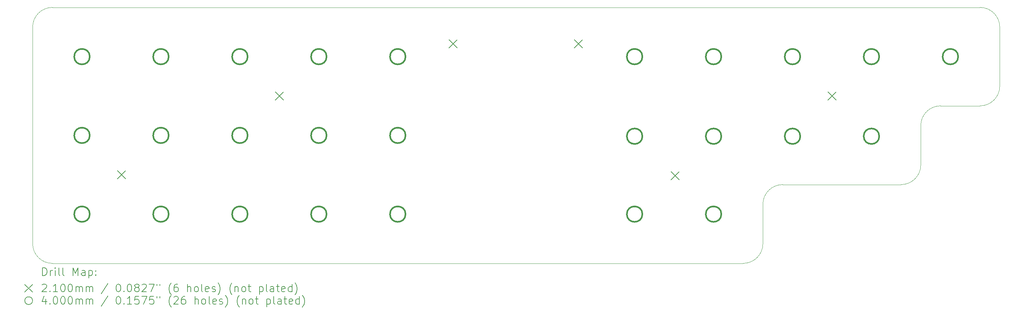
<source format=gbr>
%FSLAX45Y45*%
G04 Gerber Fmt 4.5, Leading zero omitted, Abs format (unit mm)*
G04 Created by KiCad (PCBNEW (6.0.2)) date 2022-03-21 22:21:22*
%MOMM*%
%LPD*%
G01*
G04 APERTURE LIST*
%TA.AperFunction,Profile*%
%ADD10C,0.050000*%
%TD*%
%ADD11C,0.200000*%
%ADD12C,0.210000*%
%ADD13C,0.400040*%
G04 APERTURE END LIST*
D10*
X19812000Y-13716000D02*
G75*
G03*
X20320000Y-13208000I0J508000D01*
G01*
X24892000Y-9652000D02*
G75*
G03*
X24384000Y-10160000I0J-508000D01*
G01*
X20828000Y-11684000D02*
G75*
G03*
X20320000Y-12192000I0J-508000D01*
G01*
X2032000Y-7112000D02*
G75*
G03*
X1524000Y-7620000I0J-508000D01*
G01*
X26416000Y-7620000D02*
X26416000Y-9144000D01*
X2032000Y-13716000D02*
X19812000Y-13716000D01*
X20320000Y-12192000D02*
X20320000Y-13208000D01*
X23876000Y-11684000D02*
X20828000Y-11684000D01*
X25908000Y-9652000D02*
G75*
G03*
X26416000Y-9144000I0J508000D01*
G01*
X1524000Y-13208000D02*
G75*
G03*
X2032000Y-13716000I508000J0D01*
G01*
X2032000Y-7112000D02*
X25908000Y-7112000D01*
X1524000Y-7620000D02*
X1524000Y-13208000D01*
X23876000Y-11684000D02*
G75*
G03*
X24384000Y-11176000I0J508000D01*
G01*
X26416000Y-7620000D02*
G75*
G03*
X25908000Y-7112000I-508000J0D01*
G01*
X25908000Y-9652000D02*
X24892000Y-9652000D01*
X24384000Y-10160000D02*
X24384000Y-11176000D01*
D11*
D12*
X3705000Y-11325000D02*
X3915000Y-11535000D01*
X3915000Y-11325000D02*
X3705000Y-11535000D01*
X7769000Y-9293000D02*
X7979000Y-9503000D01*
X7979000Y-9293000D02*
X7769000Y-9503000D01*
X12239400Y-7946800D02*
X12449400Y-8156800D01*
X12449400Y-7946800D02*
X12239400Y-8156800D01*
X15465200Y-7946800D02*
X15675200Y-8156800D01*
X15675200Y-7946800D02*
X15465200Y-8156800D01*
X17954400Y-11350400D02*
X18164400Y-11560400D01*
X18164400Y-11350400D02*
X17954400Y-11560400D01*
X21993000Y-9293000D02*
X22203000Y-9503000D01*
X22203000Y-9293000D02*
X21993000Y-9503000D01*
D13*
X2994020Y-8382000D02*
G75*
G03*
X2994020Y-8382000I-200020J0D01*
G01*
X2994020Y-10414000D02*
G75*
G03*
X2994020Y-10414000I-200020J0D01*
G01*
X2994020Y-12446000D02*
G75*
G03*
X2994020Y-12446000I-200020J0D01*
G01*
X5026020Y-8382000D02*
G75*
G03*
X5026020Y-8382000I-200020J0D01*
G01*
X5026020Y-10414000D02*
G75*
G03*
X5026020Y-10414000I-200020J0D01*
G01*
X5026020Y-12446000D02*
G75*
G03*
X5026020Y-12446000I-200020J0D01*
G01*
X7058020Y-8382000D02*
G75*
G03*
X7058020Y-8382000I-200020J0D01*
G01*
X7058020Y-10414000D02*
G75*
G03*
X7058020Y-10414000I-200020J0D01*
G01*
X7058020Y-12446000D02*
G75*
G03*
X7058020Y-12446000I-200020J0D01*
G01*
X9090020Y-8382000D02*
G75*
G03*
X9090020Y-8382000I-200020J0D01*
G01*
X9090020Y-10414000D02*
G75*
G03*
X9090020Y-10414000I-200020J0D01*
G01*
X9090020Y-12446000D02*
G75*
G03*
X9090020Y-12446000I-200020J0D01*
G01*
X11122020Y-8382000D02*
G75*
G03*
X11122020Y-8382000I-200020J0D01*
G01*
X11122020Y-10414000D02*
G75*
G03*
X11122020Y-10414000I-200020J0D01*
G01*
X11122020Y-12446000D02*
G75*
G03*
X11122020Y-12446000I-200020J0D01*
G01*
X17218020Y-8382000D02*
G75*
G03*
X17218020Y-8382000I-200020J0D01*
G01*
X17218020Y-10436000D02*
G75*
G03*
X17218020Y-10436000I-200020J0D01*
G01*
X17218020Y-12446000D02*
G75*
G03*
X17218020Y-12446000I-200020J0D01*
G01*
X19250020Y-8382000D02*
G75*
G03*
X19250020Y-8382000I-200020J0D01*
G01*
X19250020Y-10436000D02*
G75*
G03*
X19250020Y-10436000I-200020J0D01*
G01*
X19250020Y-12446000D02*
G75*
G03*
X19250020Y-12446000I-200020J0D01*
G01*
X21282020Y-8382000D02*
G75*
G03*
X21282020Y-8382000I-200020J0D01*
G01*
X21282020Y-10436000D02*
G75*
G03*
X21282020Y-10436000I-200020J0D01*
G01*
X23314020Y-8382000D02*
G75*
G03*
X23314020Y-8382000I-200020J0D01*
G01*
X23314020Y-10436000D02*
G75*
G03*
X23314020Y-10436000I-200020J0D01*
G01*
X25346020Y-8382000D02*
G75*
G03*
X25346020Y-8382000I-200020J0D01*
G01*
D11*
X1779119Y-14028976D02*
X1779119Y-13828976D01*
X1826738Y-13828976D01*
X1855309Y-13838500D01*
X1874357Y-13857548D01*
X1883881Y-13876595D01*
X1893405Y-13914690D01*
X1893405Y-13943262D01*
X1883881Y-13981357D01*
X1874357Y-14000405D01*
X1855309Y-14019452D01*
X1826738Y-14028976D01*
X1779119Y-14028976D01*
X1979119Y-14028976D02*
X1979119Y-13895643D01*
X1979119Y-13933738D02*
X1988643Y-13914690D01*
X1998167Y-13905167D01*
X2017214Y-13895643D01*
X2036262Y-13895643D01*
X2102929Y-14028976D02*
X2102929Y-13895643D01*
X2102929Y-13828976D02*
X2093405Y-13838500D01*
X2102929Y-13848024D01*
X2112452Y-13838500D01*
X2102929Y-13828976D01*
X2102929Y-13848024D01*
X2226738Y-14028976D02*
X2207690Y-14019452D01*
X2198167Y-14000405D01*
X2198167Y-13828976D01*
X2331500Y-14028976D02*
X2312452Y-14019452D01*
X2302929Y-14000405D01*
X2302929Y-13828976D01*
X2560071Y-14028976D02*
X2560071Y-13828976D01*
X2626738Y-13971833D01*
X2693405Y-13828976D01*
X2693405Y-14028976D01*
X2874357Y-14028976D02*
X2874357Y-13924214D01*
X2864833Y-13905167D01*
X2845786Y-13895643D01*
X2807690Y-13895643D01*
X2788643Y-13905167D01*
X2874357Y-14019452D02*
X2855309Y-14028976D01*
X2807690Y-14028976D01*
X2788643Y-14019452D01*
X2779119Y-14000405D01*
X2779119Y-13981357D01*
X2788643Y-13962309D01*
X2807690Y-13952786D01*
X2855309Y-13952786D01*
X2874357Y-13943262D01*
X2969595Y-13895643D02*
X2969595Y-14095643D01*
X2969595Y-13905167D02*
X2988643Y-13895643D01*
X3026738Y-13895643D01*
X3045786Y-13905167D01*
X3055309Y-13914690D01*
X3064833Y-13933738D01*
X3064833Y-13990881D01*
X3055309Y-14009928D01*
X3045786Y-14019452D01*
X3026738Y-14028976D01*
X2988643Y-14028976D01*
X2969595Y-14019452D01*
X3150548Y-14009928D02*
X3160071Y-14019452D01*
X3150548Y-14028976D01*
X3141024Y-14019452D01*
X3150548Y-14009928D01*
X3150548Y-14028976D01*
X3150548Y-13905167D02*
X3160071Y-13914690D01*
X3150548Y-13924214D01*
X3141024Y-13914690D01*
X3150548Y-13905167D01*
X3150548Y-13924214D01*
X1321500Y-14258500D02*
X1521500Y-14458500D01*
X1521500Y-14258500D02*
X1321500Y-14458500D01*
X1769595Y-14268024D02*
X1779119Y-14258500D01*
X1798167Y-14248976D01*
X1845786Y-14248976D01*
X1864833Y-14258500D01*
X1874357Y-14268024D01*
X1883881Y-14287071D01*
X1883881Y-14306119D01*
X1874357Y-14334690D01*
X1760071Y-14448976D01*
X1883881Y-14448976D01*
X1969595Y-14429928D02*
X1979119Y-14439452D01*
X1969595Y-14448976D01*
X1960071Y-14439452D01*
X1969595Y-14429928D01*
X1969595Y-14448976D01*
X2169595Y-14448976D02*
X2055309Y-14448976D01*
X2112452Y-14448976D02*
X2112452Y-14248976D01*
X2093405Y-14277548D01*
X2074357Y-14296595D01*
X2055309Y-14306119D01*
X2293405Y-14248976D02*
X2312452Y-14248976D01*
X2331500Y-14258500D01*
X2341024Y-14268024D01*
X2350548Y-14287071D01*
X2360071Y-14325167D01*
X2360071Y-14372786D01*
X2350548Y-14410881D01*
X2341024Y-14429928D01*
X2331500Y-14439452D01*
X2312452Y-14448976D01*
X2293405Y-14448976D01*
X2274357Y-14439452D01*
X2264833Y-14429928D01*
X2255310Y-14410881D01*
X2245786Y-14372786D01*
X2245786Y-14325167D01*
X2255310Y-14287071D01*
X2264833Y-14268024D01*
X2274357Y-14258500D01*
X2293405Y-14248976D01*
X2483881Y-14248976D02*
X2502929Y-14248976D01*
X2521976Y-14258500D01*
X2531500Y-14268024D01*
X2541024Y-14287071D01*
X2550548Y-14325167D01*
X2550548Y-14372786D01*
X2541024Y-14410881D01*
X2531500Y-14429928D01*
X2521976Y-14439452D01*
X2502929Y-14448976D01*
X2483881Y-14448976D01*
X2464833Y-14439452D01*
X2455310Y-14429928D01*
X2445786Y-14410881D01*
X2436262Y-14372786D01*
X2436262Y-14325167D01*
X2445786Y-14287071D01*
X2455310Y-14268024D01*
X2464833Y-14258500D01*
X2483881Y-14248976D01*
X2636262Y-14448976D02*
X2636262Y-14315643D01*
X2636262Y-14334690D02*
X2645786Y-14325167D01*
X2664833Y-14315643D01*
X2693405Y-14315643D01*
X2712452Y-14325167D01*
X2721976Y-14344214D01*
X2721976Y-14448976D01*
X2721976Y-14344214D02*
X2731500Y-14325167D01*
X2750548Y-14315643D01*
X2779119Y-14315643D01*
X2798167Y-14325167D01*
X2807690Y-14344214D01*
X2807690Y-14448976D01*
X2902928Y-14448976D02*
X2902928Y-14315643D01*
X2902928Y-14334690D02*
X2912452Y-14325167D01*
X2931500Y-14315643D01*
X2960071Y-14315643D01*
X2979119Y-14325167D01*
X2988643Y-14344214D01*
X2988643Y-14448976D01*
X2988643Y-14344214D02*
X2998167Y-14325167D01*
X3017214Y-14315643D01*
X3045786Y-14315643D01*
X3064833Y-14325167D01*
X3074357Y-14344214D01*
X3074357Y-14448976D01*
X3464833Y-14239452D02*
X3293405Y-14496595D01*
X3721976Y-14248976D02*
X3741024Y-14248976D01*
X3760071Y-14258500D01*
X3769595Y-14268024D01*
X3779119Y-14287071D01*
X3788643Y-14325167D01*
X3788643Y-14372786D01*
X3779119Y-14410881D01*
X3769595Y-14429928D01*
X3760071Y-14439452D01*
X3741024Y-14448976D01*
X3721976Y-14448976D01*
X3702928Y-14439452D01*
X3693405Y-14429928D01*
X3683881Y-14410881D01*
X3674357Y-14372786D01*
X3674357Y-14325167D01*
X3683881Y-14287071D01*
X3693405Y-14268024D01*
X3702928Y-14258500D01*
X3721976Y-14248976D01*
X3874357Y-14429928D02*
X3883881Y-14439452D01*
X3874357Y-14448976D01*
X3864833Y-14439452D01*
X3874357Y-14429928D01*
X3874357Y-14448976D01*
X4007690Y-14248976D02*
X4026738Y-14248976D01*
X4045786Y-14258500D01*
X4055309Y-14268024D01*
X4064833Y-14287071D01*
X4074357Y-14325167D01*
X4074357Y-14372786D01*
X4064833Y-14410881D01*
X4055309Y-14429928D01*
X4045786Y-14439452D01*
X4026738Y-14448976D01*
X4007690Y-14448976D01*
X3988643Y-14439452D01*
X3979119Y-14429928D01*
X3969595Y-14410881D01*
X3960071Y-14372786D01*
X3960071Y-14325167D01*
X3969595Y-14287071D01*
X3979119Y-14268024D01*
X3988643Y-14258500D01*
X4007690Y-14248976D01*
X4188643Y-14334690D02*
X4169595Y-14325167D01*
X4160071Y-14315643D01*
X4150548Y-14296595D01*
X4150548Y-14287071D01*
X4160071Y-14268024D01*
X4169595Y-14258500D01*
X4188643Y-14248976D01*
X4226738Y-14248976D01*
X4245786Y-14258500D01*
X4255310Y-14268024D01*
X4264833Y-14287071D01*
X4264833Y-14296595D01*
X4255310Y-14315643D01*
X4245786Y-14325167D01*
X4226738Y-14334690D01*
X4188643Y-14334690D01*
X4169595Y-14344214D01*
X4160071Y-14353738D01*
X4150548Y-14372786D01*
X4150548Y-14410881D01*
X4160071Y-14429928D01*
X4169595Y-14439452D01*
X4188643Y-14448976D01*
X4226738Y-14448976D01*
X4245786Y-14439452D01*
X4255310Y-14429928D01*
X4264833Y-14410881D01*
X4264833Y-14372786D01*
X4255310Y-14353738D01*
X4245786Y-14344214D01*
X4226738Y-14334690D01*
X4341024Y-14268024D02*
X4350548Y-14258500D01*
X4369595Y-14248976D01*
X4417214Y-14248976D01*
X4436262Y-14258500D01*
X4445786Y-14268024D01*
X4455310Y-14287071D01*
X4455310Y-14306119D01*
X4445786Y-14334690D01*
X4331500Y-14448976D01*
X4455310Y-14448976D01*
X4521976Y-14248976D02*
X4655310Y-14248976D01*
X4569595Y-14448976D01*
X4721976Y-14248976D02*
X4721976Y-14287071D01*
X4798167Y-14248976D02*
X4798167Y-14287071D01*
X5093405Y-14525167D02*
X5083881Y-14515643D01*
X5064833Y-14487071D01*
X5055310Y-14468024D01*
X5045786Y-14439452D01*
X5036262Y-14391833D01*
X5036262Y-14353738D01*
X5045786Y-14306119D01*
X5055310Y-14277548D01*
X5064833Y-14258500D01*
X5083881Y-14229928D01*
X5093405Y-14220405D01*
X5255310Y-14248976D02*
X5217214Y-14248976D01*
X5198167Y-14258500D01*
X5188643Y-14268024D01*
X5169595Y-14296595D01*
X5160071Y-14334690D01*
X5160071Y-14410881D01*
X5169595Y-14429928D01*
X5179119Y-14439452D01*
X5198167Y-14448976D01*
X5236262Y-14448976D01*
X5255310Y-14439452D01*
X5264833Y-14429928D01*
X5274357Y-14410881D01*
X5274357Y-14363262D01*
X5264833Y-14344214D01*
X5255310Y-14334690D01*
X5236262Y-14325167D01*
X5198167Y-14325167D01*
X5179119Y-14334690D01*
X5169595Y-14344214D01*
X5160071Y-14363262D01*
X5512452Y-14448976D02*
X5512452Y-14248976D01*
X5598167Y-14448976D02*
X5598167Y-14344214D01*
X5588643Y-14325167D01*
X5569595Y-14315643D01*
X5541024Y-14315643D01*
X5521976Y-14325167D01*
X5512452Y-14334690D01*
X5721976Y-14448976D02*
X5702928Y-14439452D01*
X5693405Y-14429928D01*
X5683881Y-14410881D01*
X5683881Y-14353738D01*
X5693405Y-14334690D01*
X5702928Y-14325167D01*
X5721976Y-14315643D01*
X5750548Y-14315643D01*
X5769595Y-14325167D01*
X5779119Y-14334690D01*
X5788643Y-14353738D01*
X5788643Y-14410881D01*
X5779119Y-14429928D01*
X5769595Y-14439452D01*
X5750548Y-14448976D01*
X5721976Y-14448976D01*
X5902928Y-14448976D02*
X5883881Y-14439452D01*
X5874357Y-14420405D01*
X5874357Y-14248976D01*
X6055309Y-14439452D02*
X6036262Y-14448976D01*
X5998167Y-14448976D01*
X5979119Y-14439452D01*
X5969595Y-14420405D01*
X5969595Y-14344214D01*
X5979119Y-14325167D01*
X5998167Y-14315643D01*
X6036262Y-14315643D01*
X6055309Y-14325167D01*
X6064833Y-14344214D01*
X6064833Y-14363262D01*
X5969595Y-14382309D01*
X6141024Y-14439452D02*
X6160071Y-14448976D01*
X6198167Y-14448976D01*
X6217214Y-14439452D01*
X6226738Y-14420405D01*
X6226738Y-14410881D01*
X6217214Y-14391833D01*
X6198167Y-14382309D01*
X6169595Y-14382309D01*
X6150548Y-14372786D01*
X6141024Y-14353738D01*
X6141024Y-14344214D01*
X6150548Y-14325167D01*
X6169595Y-14315643D01*
X6198167Y-14315643D01*
X6217214Y-14325167D01*
X6293405Y-14525167D02*
X6302928Y-14515643D01*
X6321976Y-14487071D01*
X6331500Y-14468024D01*
X6341024Y-14439452D01*
X6350548Y-14391833D01*
X6350548Y-14353738D01*
X6341024Y-14306119D01*
X6331500Y-14277548D01*
X6321976Y-14258500D01*
X6302928Y-14229928D01*
X6293405Y-14220405D01*
X6655309Y-14525167D02*
X6645786Y-14515643D01*
X6626738Y-14487071D01*
X6617214Y-14468024D01*
X6607690Y-14439452D01*
X6598167Y-14391833D01*
X6598167Y-14353738D01*
X6607690Y-14306119D01*
X6617214Y-14277548D01*
X6626738Y-14258500D01*
X6645786Y-14229928D01*
X6655309Y-14220405D01*
X6731500Y-14315643D02*
X6731500Y-14448976D01*
X6731500Y-14334690D02*
X6741024Y-14325167D01*
X6760071Y-14315643D01*
X6788643Y-14315643D01*
X6807690Y-14325167D01*
X6817214Y-14344214D01*
X6817214Y-14448976D01*
X6941024Y-14448976D02*
X6921976Y-14439452D01*
X6912452Y-14429928D01*
X6902928Y-14410881D01*
X6902928Y-14353738D01*
X6912452Y-14334690D01*
X6921976Y-14325167D01*
X6941024Y-14315643D01*
X6969595Y-14315643D01*
X6988643Y-14325167D01*
X6998167Y-14334690D01*
X7007690Y-14353738D01*
X7007690Y-14410881D01*
X6998167Y-14429928D01*
X6988643Y-14439452D01*
X6969595Y-14448976D01*
X6941024Y-14448976D01*
X7064833Y-14315643D02*
X7141024Y-14315643D01*
X7093405Y-14248976D02*
X7093405Y-14420405D01*
X7102928Y-14439452D01*
X7121976Y-14448976D01*
X7141024Y-14448976D01*
X7360071Y-14315643D02*
X7360071Y-14515643D01*
X7360071Y-14325167D02*
X7379119Y-14315643D01*
X7417214Y-14315643D01*
X7436262Y-14325167D01*
X7445786Y-14334690D01*
X7455309Y-14353738D01*
X7455309Y-14410881D01*
X7445786Y-14429928D01*
X7436262Y-14439452D01*
X7417214Y-14448976D01*
X7379119Y-14448976D01*
X7360071Y-14439452D01*
X7569595Y-14448976D02*
X7550548Y-14439452D01*
X7541024Y-14420405D01*
X7541024Y-14248976D01*
X7731500Y-14448976D02*
X7731500Y-14344214D01*
X7721976Y-14325167D01*
X7702928Y-14315643D01*
X7664833Y-14315643D01*
X7645786Y-14325167D01*
X7731500Y-14439452D02*
X7712452Y-14448976D01*
X7664833Y-14448976D01*
X7645786Y-14439452D01*
X7636262Y-14420405D01*
X7636262Y-14401357D01*
X7645786Y-14382309D01*
X7664833Y-14372786D01*
X7712452Y-14372786D01*
X7731500Y-14363262D01*
X7798167Y-14315643D02*
X7874357Y-14315643D01*
X7826738Y-14248976D02*
X7826738Y-14420405D01*
X7836262Y-14439452D01*
X7855309Y-14448976D01*
X7874357Y-14448976D01*
X8017214Y-14439452D02*
X7998167Y-14448976D01*
X7960071Y-14448976D01*
X7941024Y-14439452D01*
X7931500Y-14420405D01*
X7931500Y-14344214D01*
X7941024Y-14325167D01*
X7960071Y-14315643D01*
X7998167Y-14315643D01*
X8017214Y-14325167D01*
X8026738Y-14344214D01*
X8026738Y-14363262D01*
X7931500Y-14382309D01*
X8198167Y-14448976D02*
X8198167Y-14248976D01*
X8198167Y-14439452D02*
X8179119Y-14448976D01*
X8141024Y-14448976D01*
X8121976Y-14439452D01*
X8112452Y-14429928D01*
X8102928Y-14410881D01*
X8102928Y-14353738D01*
X8112452Y-14334690D01*
X8121976Y-14325167D01*
X8141024Y-14315643D01*
X8179119Y-14315643D01*
X8198167Y-14325167D01*
X8274357Y-14525167D02*
X8283881Y-14515643D01*
X8302928Y-14487071D01*
X8312452Y-14468024D01*
X8321976Y-14439452D01*
X8331500Y-14391833D01*
X8331500Y-14353738D01*
X8321976Y-14306119D01*
X8312452Y-14277548D01*
X8302928Y-14258500D01*
X8283881Y-14229928D01*
X8274357Y-14220405D01*
X1521500Y-14678500D02*
G75*
G03*
X1521500Y-14678500I-100000J0D01*
G01*
X1864833Y-14635643D02*
X1864833Y-14768976D01*
X1817214Y-14559452D02*
X1769595Y-14702309D01*
X1893405Y-14702309D01*
X1969595Y-14749928D02*
X1979119Y-14759452D01*
X1969595Y-14768976D01*
X1960071Y-14759452D01*
X1969595Y-14749928D01*
X1969595Y-14768976D01*
X2102929Y-14568976D02*
X2121976Y-14568976D01*
X2141024Y-14578500D01*
X2150548Y-14588024D01*
X2160071Y-14607071D01*
X2169595Y-14645167D01*
X2169595Y-14692786D01*
X2160071Y-14730881D01*
X2150548Y-14749928D01*
X2141024Y-14759452D01*
X2121976Y-14768976D01*
X2102929Y-14768976D01*
X2083881Y-14759452D01*
X2074357Y-14749928D01*
X2064833Y-14730881D01*
X2055309Y-14692786D01*
X2055309Y-14645167D01*
X2064833Y-14607071D01*
X2074357Y-14588024D01*
X2083881Y-14578500D01*
X2102929Y-14568976D01*
X2293405Y-14568976D02*
X2312452Y-14568976D01*
X2331500Y-14578500D01*
X2341024Y-14588024D01*
X2350548Y-14607071D01*
X2360071Y-14645167D01*
X2360071Y-14692786D01*
X2350548Y-14730881D01*
X2341024Y-14749928D01*
X2331500Y-14759452D01*
X2312452Y-14768976D01*
X2293405Y-14768976D01*
X2274357Y-14759452D01*
X2264833Y-14749928D01*
X2255310Y-14730881D01*
X2245786Y-14692786D01*
X2245786Y-14645167D01*
X2255310Y-14607071D01*
X2264833Y-14588024D01*
X2274357Y-14578500D01*
X2293405Y-14568976D01*
X2483881Y-14568976D02*
X2502929Y-14568976D01*
X2521976Y-14578500D01*
X2531500Y-14588024D01*
X2541024Y-14607071D01*
X2550548Y-14645167D01*
X2550548Y-14692786D01*
X2541024Y-14730881D01*
X2531500Y-14749928D01*
X2521976Y-14759452D01*
X2502929Y-14768976D01*
X2483881Y-14768976D01*
X2464833Y-14759452D01*
X2455310Y-14749928D01*
X2445786Y-14730881D01*
X2436262Y-14692786D01*
X2436262Y-14645167D01*
X2445786Y-14607071D01*
X2455310Y-14588024D01*
X2464833Y-14578500D01*
X2483881Y-14568976D01*
X2636262Y-14768976D02*
X2636262Y-14635643D01*
X2636262Y-14654690D02*
X2645786Y-14645167D01*
X2664833Y-14635643D01*
X2693405Y-14635643D01*
X2712452Y-14645167D01*
X2721976Y-14664214D01*
X2721976Y-14768976D01*
X2721976Y-14664214D02*
X2731500Y-14645167D01*
X2750548Y-14635643D01*
X2779119Y-14635643D01*
X2798167Y-14645167D01*
X2807690Y-14664214D01*
X2807690Y-14768976D01*
X2902928Y-14768976D02*
X2902928Y-14635643D01*
X2902928Y-14654690D02*
X2912452Y-14645167D01*
X2931500Y-14635643D01*
X2960071Y-14635643D01*
X2979119Y-14645167D01*
X2988643Y-14664214D01*
X2988643Y-14768976D01*
X2988643Y-14664214D02*
X2998167Y-14645167D01*
X3017214Y-14635643D01*
X3045786Y-14635643D01*
X3064833Y-14645167D01*
X3074357Y-14664214D01*
X3074357Y-14768976D01*
X3464833Y-14559452D02*
X3293405Y-14816595D01*
X3721976Y-14568976D02*
X3741024Y-14568976D01*
X3760071Y-14578500D01*
X3769595Y-14588024D01*
X3779119Y-14607071D01*
X3788643Y-14645167D01*
X3788643Y-14692786D01*
X3779119Y-14730881D01*
X3769595Y-14749928D01*
X3760071Y-14759452D01*
X3741024Y-14768976D01*
X3721976Y-14768976D01*
X3702928Y-14759452D01*
X3693405Y-14749928D01*
X3683881Y-14730881D01*
X3674357Y-14692786D01*
X3674357Y-14645167D01*
X3683881Y-14607071D01*
X3693405Y-14588024D01*
X3702928Y-14578500D01*
X3721976Y-14568976D01*
X3874357Y-14749928D02*
X3883881Y-14759452D01*
X3874357Y-14768976D01*
X3864833Y-14759452D01*
X3874357Y-14749928D01*
X3874357Y-14768976D01*
X4074357Y-14768976D02*
X3960071Y-14768976D01*
X4017214Y-14768976D02*
X4017214Y-14568976D01*
X3998167Y-14597548D01*
X3979119Y-14616595D01*
X3960071Y-14626119D01*
X4255310Y-14568976D02*
X4160071Y-14568976D01*
X4150548Y-14664214D01*
X4160071Y-14654690D01*
X4179119Y-14645167D01*
X4226738Y-14645167D01*
X4245786Y-14654690D01*
X4255310Y-14664214D01*
X4264833Y-14683262D01*
X4264833Y-14730881D01*
X4255310Y-14749928D01*
X4245786Y-14759452D01*
X4226738Y-14768976D01*
X4179119Y-14768976D01*
X4160071Y-14759452D01*
X4150548Y-14749928D01*
X4331500Y-14568976D02*
X4464833Y-14568976D01*
X4379119Y-14768976D01*
X4636262Y-14568976D02*
X4541024Y-14568976D01*
X4531500Y-14664214D01*
X4541024Y-14654690D01*
X4560071Y-14645167D01*
X4607690Y-14645167D01*
X4626738Y-14654690D01*
X4636262Y-14664214D01*
X4645786Y-14683262D01*
X4645786Y-14730881D01*
X4636262Y-14749928D01*
X4626738Y-14759452D01*
X4607690Y-14768976D01*
X4560071Y-14768976D01*
X4541024Y-14759452D01*
X4531500Y-14749928D01*
X4721976Y-14568976D02*
X4721976Y-14607071D01*
X4798167Y-14568976D02*
X4798167Y-14607071D01*
X5093405Y-14845167D02*
X5083881Y-14835643D01*
X5064833Y-14807071D01*
X5055310Y-14788024D01*
X5045786Y-14759452D01*
X5036262Y-14711833D01*
X5036262Y-14673738D01*
X5045786Y-14626119D01*
X5055310Y-14597548D01*
X5064833Y-14578500D01*
X5083881Y-14549928D01*
X5093405Y-14540405D01*
X5160071Y-14588024D02*
X5169595Y-14578500D01*
X5188643Y-14568976D01*
X5236262Y-14568976D01*
X5255310Y-14578500D01*
X5264833Y-14588024D01*
X5274357Y-14607071D01*
X5274357Y-14626119D01*
X5264833Y-14654690D01*
X5150548Y-14768976D01*
X5274357Y-14768976D01*
X5445786Y-14568976D02*
X5407690Y-14568976D01*
X5388643Y-14578500D01*
X5379119Y-14588024D01*
X5360071Y-14616595D01*
X5350548Y-14654690D01*
X5350548Y-14730881D01*
X5360071Y-14749928D01*
X5369595Y-14759452D01*
X5388643Y-14768976D01*
X5426738Y-14768976D01*
X5445786Y-14759452D01*
X5455310Y-14749928D01*
X5464833Y-14730881D01*
X5464833Y-14683262D01*
X5455310Y-14664214D01*
X5445786Y-14654690D01*
X5426738Y-14645167D01*
X5388643Y-14645167D01*
X5369595Y-14654690D01*
X5360071Y-14664214D01*
X5350548Y-14683262D01*
X5702928Y-14768976D02*
X5702928Y-14568976D01*
X5788643Y-14768976D02*
X5788643Y-14664214D01*
X5779119Y-14645167D01*
X5760071Y-14635643D01*
X5731500Y-14635643D01*
X5712452Y-14645167D01*
X5702928Y-14654690D01*
X5912452Y-14768976D02*
X5893405Y-14759452D01*
X5883881Y-14749928D01*
X5874357Y-14730881D01*
X5874357Y-14673738D01*
X5883881Y-14654690D01*
X5893405Y-14645167D01*
X5912452Y-14635643D01*
X5941024Y-14635643D01*
X5960071Y-14645167D01*
X5969595Y-14654690D01*
X5979119Y-14673738D01*
X5979119Y-14730881D01*
X5969595Y-14749928D01*
X5960071Y-14759452D01*
X5941024Y-14768976D01*
X5912452Y-14768976D01*
X6093405Y-14768976D02*
X6074357Y-14759452D01*
X6064833Y-14740405D01*
X6064833Y-14568976D01*
X6245786Y-14759452D02*
X6226738Y-14768976D01*
X6188643Y-14768976D01*
X6169595Y-14759452D01*
X6160071Y-14740405D01*
X6160071Y-14664214D01*
X6169595Y-14645167D01*
X6188643Y-14635643D01*
X6226738Y-14635643D01*
X6245786Y-14645167D01*
X6255309Y-14664214D01*
X6255309Y-14683262D01*
X6160071Y-14702309D01*
X6331500Y-14759452D02*
X6350548Y-14768976D01*
X6388643Y-14768976D01*
X6407690Y-14759452D01*
X6417214Y-14740405D01*
X6417214Y-14730881D01*
X6407690Y-14711833D01*
X6388643Y-14702309D01*
X6360071Y-14702309D01*
X6341024Y-14692786D01*
X6331500Y-14673738D01*
X6331500Y-14664214D01*
X6341024Y-14645167D01*
X6360071Y-14635643D01*
X6388643Y-14635643D01*
X6407690Y-14645167D01*
X6483881Y-14845167D02*
X6493405Y-14835643D01*
X6512452Y-14807071D01*
X6521976Y-14788024D01*
X6531500Y-14759452D01*
X6541024Y-14711833D01*
X6541024Y-14673738D01*
X6531500Y-14626119D01*
X6521976Y-14597548D01*
X6512452Y-14578500D01*
X6493405Y-14549928D01*
X6483881Y-14540405D01*
X6845786Y-14845167D02*
X6836262Y-14835643D01*
X6817214Y-14807071D01*
X6807690Y-14788024D01*
X6798167Y-14759452D01*
X6788643Y-14711833D01*
X6788643Y-14673738D01*
X6798167Y-14626119D01*
X6807690Y-14597548D01*
X6817214Y-14578500D01*
X6836262Y-14549928D01*
X6845786Y-14540405D01*
X6921976Y-14635643D02*
X6921976Y-14768976D01*
X6921976Y-14654690D02*
X6931500Y-14645167D01*
X6950548Y-14635643D01*
X6979119Y-14635643D01*
X6998167Y-14645167D01*
X7007690Y-14664214D01*
X7007690Y-14768976D01*
X7131500Y-14768976D02*
X7112452Y-14759452D01*
X7102928Y-14749928D01*
X7093405Y-14730881D01*
X7093405Y-14673738D01*
X7102928Y-14654690D01*
X7112452Y-14645167D01*
X7131500Y-14635643D01*
X7160071Y-14635643D01*
X7179119Y-14645167D01*
X7188643Y-14654690D01*
X7198167Y-14673738D01*
X7198167Y-14730881D01*
X7188643Y-14749928D01*
X7179119Y-14759452D01*
X7160071Y-14768976D01*
X7131500Y-14768976D01*
X7255309Y-14635643D02*
X7331500Y-14635643D01*
X7283881Y-14568976D02*
X7283881Y-14740405D01*
X7293405Y-14759452D01*
X7312452Y-14768976D01*
X7331500Y-14768976D01*
X7550548Y-14635643D02*
X7550548Y-14835643D01*
X7550548Y-14645167D02*
X7569595Y-14635643D01*
X7607690Y-14635643D01*
X7626738Y-14645167D01*
X7636262Y-14654690D01*
X7645786Y-14673738D01*
X7645786Y-14730881D01*
X7636262Y-14749928D01*
X7626738Y-14759452D01*
X7607690Y-14768976D01*
X7569595Y-14768976D01*
X7550548Y-14759452D01*
X7760071Y-14768976D02*
X7741024Y-14759452D01*
X7731500Y-14740405D01*
X7731500Y-14568976D01*
X7921976Y-14768976D02*
X7921976Y-14664214D01*
X7912452Y-14645167D01*
X7893405Y-14635643D01*
X7855309Y-14635643D01*
X7836262Y-14645167D01*
X7921976Y-14759452D02*
X7902928Y-14768976D01*
X7855309Y-14768976D01*
X7836262Y-14759452D01*
X7826738Y-14740405D01*
X7826738Y-14721357D01*
X7836262Y-14702309D01*
X7855309Y-14692786D01*
X7902928Y-14692786D01*
X7921976Y-14683262D01*
X7988643Y-14635643D02*
X8064833Y-14635643D01*
X8017214Y-14568976D02*
X8017214Y-14740405D01*
X8026738Y-14759452D01*
X8045786Y-14768976D01*
X8064833Y-14768976D01*
X8207690Y-14759452D02*
X8188643Y-14768976D01*
X8150548Y-14768976D01*
X8131500Y-14759452D01*
X8121976Y-14740405D01*
X8121976Y-14664214D01*
X8131500Y-14645167D01*
X8150548Y-14635643D01*
X8188643Y-14635643D01*
X8207690Y-14645167D01*
X8217214Y-14664214D01*
X8217214Y-14683262D01*
X8121976Y-14702309D01*
X8388643Y-14768976D02*
X8388643Y-14568976D01*
X8388643Y-14759452D02*
X8369595Y-14768976D01*
X8331500Y-14768976D01*
X8312452Y-14759452D01*
X8302928Y-14749928D01*
X8293405Y-14730881D01*
X8293405Y-14673738D01*
X8302928Y-14654690D01*
X8312452Y-14645167D01*
X8331500Y-14635643D01*
X8369595Y-14635643D01*
X8388643Y-14645167D01*
X8464833Y-14845167D02*
X8474357Y-14835643D01*
X8493405Y-14807071D01*
X8502929Y-14788024D01*
X8512452Y-14759452D01*
X8521976Y-14711833D01*
X8521976Y-14673738D01*
X8512452Y-14626119D01*
X8502929Y-14597548D01*
X8493405Y-14578500D01*
X8474357Y-14549928D01*
X8464833Y-14540405D01*
M02*

</source>
